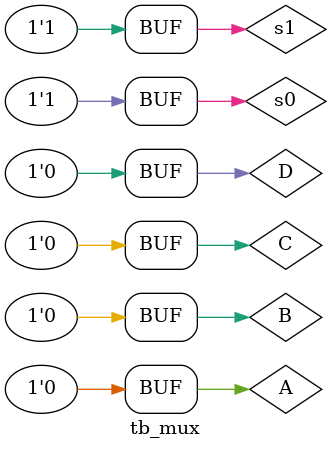
<source format=v>
`timescale 1ns / 1ps


module tb_mux;
reg A, B, C, D;
reg s1, s0;
wire out;

initial begin
s0 = 0; s1 = 0;

A=1; B=0; C=0; D=0;

#5 A=0;
#5 s1=0; s0=1;
#5 B=1; 
#5 C=1; B=0; s1=1; s0=0;
#10 C=0; D=1; s0=1;
#5 D=0;


end

mux DUT(.s1(s1), .s0(s0), .A(A), .B(B), .C(C), .D(D), .out(out));

endmodule


</source>
